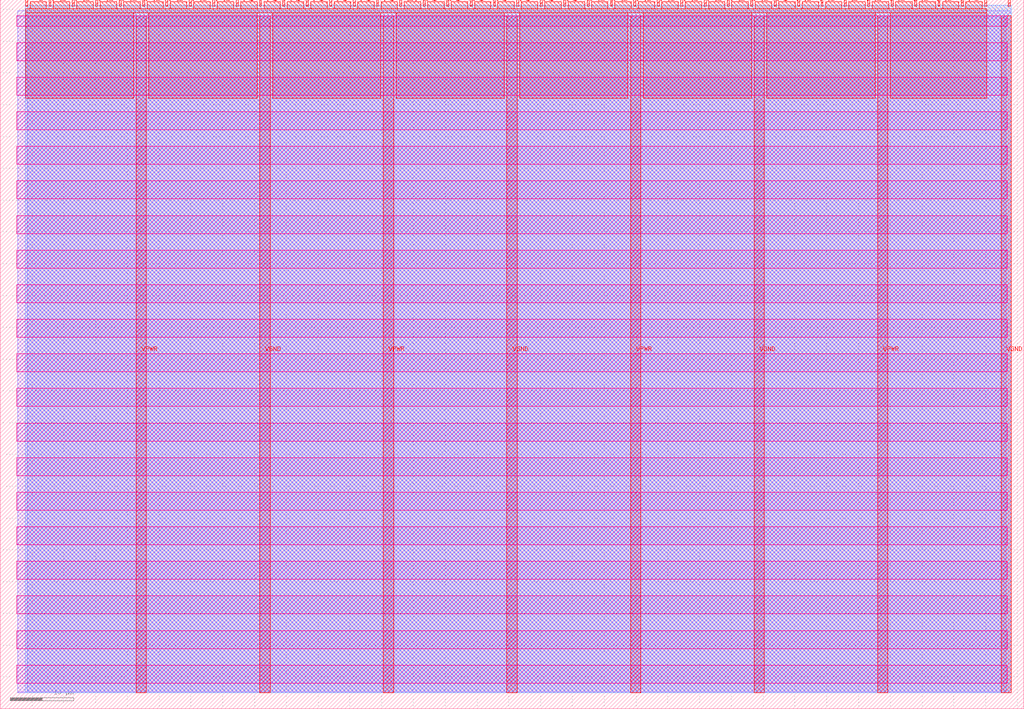
<source format=lef>
VERSION 5.7 ;
  NOWIREEXTENSIONATPIN ON ;
  DIVIDERCHAR "/" ;
  BUSBITCHARS "[]" ;
MACRO tt_um_ejfogleman_smsdac
  CLASS BLOCK ;
  FOREIGN tt_um_ejfogleman_smsdac ;
  ORIGIN 0.000 0.000 ;
  SIZE 161.000 BY 111.520 ;
  PIN VGND
    DIRECTION INOUT ;
    USE GROUND ;
    PORT
      LAYER met4 ;
        RECT 40.830 2.480 42.430 109.040 ;
    END
    PORT
      LAYER met4 ;
        RECT 79.700 2.480 81.300 109.040 ;
    END
    PORT
      LAYER met4 ;
        RECT 118.570 2.480 120.170 109.040 ;
    END
    PORT
      LAYER met4 ;
        RECT 157.440 2.480 159.040 109.040 ;
    END
  END VGND
  PIN VPWR
    DIRECTION INOUT ;
    USE POWER ;
    PORT
      LAYER met4 ;
        RECT 21.395 2.480 22.995 109.040 ;
    END
    PORT
      LAYER met4 ;
        RECT 60.265 2.480 61.865 109.040 ;
    END
    PORT
      LAYER met4 ;
        RECT 99.135 2.480 100.735 109.040 ;
    END
    PORT
      LAYER met4 ;
        RECT 138.005 2.480 139.605 109.040 ;
    END
  END VPWR
  PIN clk
    DIRECTION INPUT ;
    USE SIGNAL ;
    ANTENNAGATEAREA 0.852000 ;
    PORT
      LAYER met4 ;
        RECT 154.870 110.520 155.170 111.520 ;
    END
  END clk
  PIN ena
    DIRECTION INPUT ;
    USE SIGNAL ;
    PORT
      LAYER met4 ;
        RECT 158.550 110.520 158.850 111.520 ;
    END
  END ena
  PIN rst_n
    DIRECTION INPUT ;
    USE SIGNAL ;
    ANTENNAGATEAREA 0.126000 ;
    PORT
      LAYER met4 ;
        RECT 151.190 110.520 151.490 111.520 ;
    END
  END rst_n
  PIN ui_in[0]
    DIRECTION INPUT ;
    USE SIGNAL ;
    ANTENNAGATEAREA 0.196500 ;
    PORT
      LAYER met4 ;
        RECT 147.510 110.520 147.810 111.520 ;
    END
  END ui_in[0]
  PIN ui_in[1]
    DIRECTION INPUT ;
    USE SIGNAL ;
    ANTENNAGATEAREA 0.196500 ;
    PORT
      LAYER met4 ;
        RECT 143.830 110.520 144.130 111.520 ;
    END
  END ui_in[1]
  PIN ui_in[2]
    DIRECTION INPUT ;
    USE SIGNAL ;
    ANTENNAGATEAREA 0.196500 ;
    PORT
      LAYER met4 ;
        RECT 140.150 110.520 140.450 111.520 ;
    END
  END ui_in[2]
  PIN ui_in[3]
    DIRECTION INPUT ;
    USE SIGNAL ;
    ANTENNAGATEAREA 0.196500 ;
    PORT
      LAYER met4 ;
        RECT 136.470 110.520 136.770 111.520 ;
    END
  END ui_in[3]
  PIN ui_in[4]
    DIRECTION INPUT ;
    USE SIGNAL ;
    ANTENNAGATEAREA 0.196500 ;
    PORT
      LAYER met4 ;
        RECT 132.790 110.520 133.090 111.520 ;
    END
  END ui_in[4]
  PIN ui_in[5]
    DIRECTION INPUT ;
    USE SIGNAL ;
    ANTENNAGATEAREA 0.196500 ;
    PORT
      LAYER met4 ;
        RECT 129.110 110.520 129.410 111.520 ;
    END
  END ui_in[5]
  PIN ui_in[6]
    DIRECTION INPUT ;
    USE SIGNAL ;
    ANTENNAGATEAREA 0.196500 ;
    PORT
      LAYER met4 ;
        RECT 125.430 110.520 125.730 111.520 ;
    END
  END ui_in[6]
  PIN ui_in[7]
    DIRECTION INPUT ;
    USE SIGNAL ;
    ANTENNAGATEAREA 0.196500 ;
    PORT
      LAYER met4 ;
        RECT 121.750 110.520 122.050 111.520 ;
    END
  END ui_in[7]
  PIN uio_in[0]
    DIRECTION INPUT ;
    USE SIGNAL ;
    PORT
      LAYER met4 ;
        RECT 118.070 110.520 118.370 111.520 ;
    END
  END uio_in[0]
  PIN uio_in[1]
    DIRECTION INPUT ;
    USE SIGNAL ;
    PORT
      LAYER met4 ;
        RECT 114.390 110.520 114.690 111.520 ;
    END
  END uio_in[1]
  PIN uio_in[2]
    DIRECTION INPUT ;
    USE SIGNAL ;
    PORT
      LAYER met4 ;
        RECT 110.710 110.520 111.010 111.520 ;
    END
  END uio_in[2]
  PIN uio_in[3]
    DIRECTION INPUT ;
    USE SIGNAL ;
    PORT
      LAYER met4 ;
        RECT 107.030 110.520 107.330 111.520 ;
    END
  END uio_in[3]
  PIN uio_in[4]
    DIRECTION INPUT ;
    USE SIGNAL ;
    PORT
      LAYER met4 ;
        RECT 103.350 110.520 103.650 111.520 ;
    END
  END uio_in[4]
  PIN uio_in[5]
    DIRECTION INPUT ;
    USE SIGNAL ;
    PORT
      LAYER met4 ;
        RECT 99.670 110.520 99.970 111.520 ;
    END
  END uio_in[5]
  PIN uio_in[6]
    DIRECTION INPUT ;
    USE SIGNAL ;
    PORT
      LAYER met4 ;
        RECT 95.990 110.520 96.290 111.520 ;
    END
  END uio_in[6]
  PIN uio_in[7]
    DIRECTION INPUT ;
    USE SIGNAL ;
    PORT
      LAYER met4 ;
        RECT 92.310 110.520 92.610 111.520 ;
    END
  END uio_in[7]
  PIN uio_oe[0]
    DIRECTION OUTPUT TRISTATE ;
    USE SIGNAL ;
    PORT
      LAYER met4 ;
        RECT 29.750 110.520 30.050 111.520 ;
    END
  END uio_oe[0]
  PIN uio_oe[1]
    DIRECTION OUTPUT TRISTATE ;
    USE SIGNAL ;
    PORT
      LAYER met4 ;
        RECT 26.070 110.520 26.370 111.520 ;
    END
  END uio_oe[1]
  PIN uio_oe[2]
    DIRECTION OUTPUT TRISTATE ;
    USE SIGNAL ;
    PORT
      LAYER met4 ;
        RECT 22.390 110.520 22.690 111.520 ;
    END
  END uio_oe[2]
  PIN uio_oe[3]
    DIRECTION OUTPUT TRISTATE ;
    USE SIGNAL ;
    PORT
      LAYER met4 ;
        RECT 18.710 110.520 19.010 111.520 ;
    END
  END uio_oe[3]
  PIN uio_oe[4]
    DIRECTION OUTPUT TRISTATE ;
    USE SIGNAL ;
    PORT
      LAYER met4 ;
        RECT 15.030 110.520 15.330 111.520 ;
    END
  END uio_oe[4]
  PIN uio_oe[5]
    DIRECTION OUTPUT TRISTATE ;
    USE SIGNAL ;
    PORT
      LAYER met4 ;
        RECT 11.350 110.520 11.650 111.520 ;
    END
  END uio_oe[5]
  PIN uio_oe[6]
    DIRECTION OUTPUT TRISTATE ;
    USE SIGNAL ;
    PORT
      LAYER met4 ;
        RECT 7.670 110.520 7.970 111.520 ;
    END
  END uio_oe[6]
  PIN uio_oe[7]
    DIRECTION OUTPUT TRISTATE ;
    USE SIGNAL ;
    PORT
      LAYER met4 ;
        RECT 3.990 110.520 4.290 111.520 ;
    END
  END uio_oe[7]
  PIN uio_out[0]
    DIRECTION OUTPUT TRISTATE ;
    USE SIGNAL ;
    PORT
      LAYER met4 ;
        RECT 59.190 110.520 59.490 111.520 ;
    END
  END uio_out[0]
  PIN uio_out[1]
    DIRECTION OUTPUT TRISTATE ;
    USE SIGNAL ;
    PORT
      LAYER met4 ;
        RECT 55.510 110.520 55.810 111.520 ;
    END
  END uio_out[1]
  PIN uio_out[2]
    DIRECTION OUTPUT TRISTATE ;
    USE SIGNAL ;
    PORT
      LAYER met4 ;
        RECT 51.830 110.520 52.130 111.520 ;
    END
  END uio_out[2]
  PIN uio_out[3]
    DIRECTION OUTPUT TRISTATE ;
    USE SIGNAL ;
    PORT
      LAYER met4 ;
        RECT 48.150 110.520 48.450 111.520 ;
    END
  END uio_out[3]
  PIN uio_out[4]
    DIRECTION OUTPUT TRISTATE ;
    USE SIGNAL ;
    PORT
      LAYER met4 ;
        RECT 44.470 110.520 44.770 111.520 ;
    END
  END uio_out[4]
  PIN uio_out[5]
    DIRECTION OUTPUT TRISTATE ;
    USE SIGNAL ;
    PORT
      LAYER met4 ;
        RECT 40.790 110.520 41.090 111.520 ;
    END
  END uio_out[5]
  PIN uio_out[6]
    DIRECTION OUTPUT TRISTATE ;
    USE SIGNAL ;
    PORT
      LAYER met4 ;
        RECT 37.110 110.520 37.410 111.520 ;
    END
  END uio_out[6]
  PIN uio_out[7]
    DIRECTION OUTPUT TRISTATE ;
    USE SIGNAL ;
    PORT
      LAYER met4 ;
        RECT 33.430 110.520 33.730 111.520 ;
    END
  END uio_out[7]
  PIN uo_out[0]
    DIRECTION OUTPUT TRISTATE ;
    USE SIGNAL ;
    ANTENNADIFFAREA 0.891000 ;
    PORT
      LAYER met4 ;
        RECT 88.630 110.520 88.930 111.520 ;
    END
  END uo_out[0]
  PIN uo_out[1]
    DIRECTION OUTPUT TRISTATE ;
    USE SIGNAL ;
    ANTENNADIFFAREA 0.891000 ;
    PORT
      LAYER met4 ;
        RECT 84.950 110.520 85.250 111.520 ;
    END
  END uo_out[1]
  PIN uo_out[2]
    DIRECTION OUTPUT TRISTATE ;
    USE SIGNAL ;
    ANTENNADIFFAREA 0.891000 ;
    PORT
      LAYER met4 ;
        RECT 81.270 110.520 81.570 111.520 ;
    END
  END uo_out[2]
  PIN uo_out[3]
    DIRECTION OUTPUT TRISTATE ;
    USE SIGNAL ;
    ANTENNADIFFAREA 0.891000 ;
    PORT
      LAYER met4 ;
        RECT 77.590 110.520 77.890 111.520 ;
    END
  END uo_out[3]
  PIN uo_out[4]
    DIRECTION OUTPUT TRISTATE ;
    USE SIGNAL ;
    ANTENNADIFFAREA 0.891000 ;
    PORT
      LAYER met4 ;
        RECT 73.910 110.520 74.210 111.520 ;
    END
  END uo_out[4]
  PIN uo_out[5]
    DIRECTION OUTPUT TRISTATE ;
    USE SIGNAL ;
    ANTENNADIFFAREA 0.891000 ;
    PORT
      LAYER met4 ;
        RECT 70.230 110.520 70.530 111.520 ;
    END
  END uo_out[5]
  PIN uo_out[6]
    DIRECTION OUTPUT TRISTATE ;
    USE SIGNAL ;
    ANTENNADIFFAREA 0.891000 ;
    PORT
      LAYER met4 ;
        RECT 66.550 110.520 66.850 111.520 ;
    END
  END uo_out[6]
  PIN uo_out[7]
    DIRECTION OUTPUT TRISTATE ;
    USE SIGNAL ;
    ANTENNADIFFAREA 0.891000 ;
    PORT
      LAYER met4 ;
        RECT 62.870 110.520 63.170 111.520 ;
    END
  END uo_out[7]
  OBS
      LAYER nwell ;
        RECT 2.570 107.385 158.430 108.990 ;
        RECT 2.570 101.945 158.430 104.775 ;
        RECT 2.570 96.505 158.430 99.335 ;
        RECT 2.570 91.065 158.430 93.895 ;
        RECT 2.570 85.625 158.430 88.455 ;
        RECT 2.570 80.185 158.430 83.015 ;
        RECT 2.570 74.745 158.430 77.575 ;
        RECT 2.570 69.305 158.430 72.135 ;
        RECT 2.570 63.865 158.430 66.695 ;
        RECT 2.570 58.425 158.430 61.255 ;
        RECT 2.570 52.985 158.430 55.815 ;
        RECT 2.570 47.545 158.430 50.375 ;
        RECT 2.570 42.105 158.430 44.935 ;
        RECT 2.570 36.665 158.430 39.495 ;
        RECT 2.570 31.225 158.430 34.055 ;
        RECT 2.570 25.785 158.430 28.615 ;
        RECT 2.570 20.345 158.430 23.175 ;
        RECT 2.570 14.905 158.430 17.735 ;
        RECT 2.570 9.465 158.430 12.295 ;
        RECT 2.570 4.025 158.430 6.855 ;
      LAYER li1 ;
        RECT 2.760 2.635 158.240 108.885 ;
      LAYER met1 ;
        RECT 2.760 2.480 159.040 109.780 ;
      LAYER met2 ;
        RECT 4.230 2.535 159.010 110.685 ;
      LAYER met3 ;
        RECT 3.950 2.555 159.030 110.665 ;
      LAYER met4 ;
        RECT 4.690 110.120 7.270 111.170 ;
        RECT 8.370 110.120 10.950 111.170 ;
        RECT 12.050 110.120 14.630 111.170 ;
        RECT 15.730 110.120 18.310 111.170 ;
        RECT 19.410 110.120 21.990 111.170 ;
        RECT 23.090 110.120 25.670 111.170 ;
        RECT 26.770 110.120 29.350 111.170 ;
        RECT 30.450 110.120 33.030 111.170 ;
        RECT 34.130 110.120 36.710 111.170 ;
        RECT 37.810 110.120 40.390 111.170 ;
        RECT 41.490 110.120 44.070 111.170 ;
        RECT 45.170 110.120 47.750 111.170 ;
        RECT 48.850 110.120 51.430 111.170 ;
        RECT 52.530 110.120 55.110 111.170 ;
        RECT 56.210 110.120 58.790 111.170 ;
        RECT 59.890 110.120 62.470 111.170 ;
        RECT 63.570 110.120 66.150 111.170 ;
        RECT 67.250 110.120 69.830 111.170 ;
        RECT 70.930 110.120 73.510 111.170 ;
        RECT 74.610 110.120 77.190 111.170 ;
        RECT 78.290 110.120 80.870 111.170 ;
        RECT 81.970 110.120 84.550 111.170 ;
        RECT 85.650 110.120 88.230 111.170 ;
        RECT 89.330 110.120 91.910 111.170 ;
        RECT 93.010 110.120 95.590 111.170 ;
        RECT 96.690 110.120 99.270 111.170 ;
        RECT 100.370 110.120 102.950 111.170 ;
        RECT 104.050 110.120 106.630 111.170 ;
        RECT 107.730 110.120 110.310 111.170 ;
        RECT 111.410 110.120 113.990 111.170 ;
        RECT 115.090 110.120 117.670 111.170 ;
        RECT 118.770 110.120 121.350 111.170 ;
        RECT 122.450 110.120 125.030 111.170 ;
        RECT 126.130 110.120 128.710 111.170 ;
        RECT 129.810 110.120 132.390 111.170 ;
        RECT 133.490 110.120 136.070 111.170 ;
        RECT 137.170 110.120 139.750 111.170 ;
        RECT 140.850 110.120 143.430 111.170 ;
        RECT 144.530 110.120 147.110 111.170 ;
        RECT 148.210 110.120 150.790 111.170 ;
        RECT 151.890 110.120 154.470 111.170 ;
        RECT 3.975 109.440 155.185 110.120 ;
        RECT 3.975 96.055 20.995 109.440 ;
        RECT 23.395 96.055 40.430 109.440 ;
        RECT 42.830 96.055 59.865 109.440 ;
        RECT 62.265 96.055 79.300 109.440 ;
        RECT 81.700 96.055 98.735 109.440 ;
        RECT 101.135 96.055 118.170 109.440 ;
        RECT 120.570 96.055 137.605 109.440 ;
        RECT 140.005 96.055 155.185 109.440 ;
  END
END tt_um_ejfogleman_smsdac
END LIBRARY


</source>
